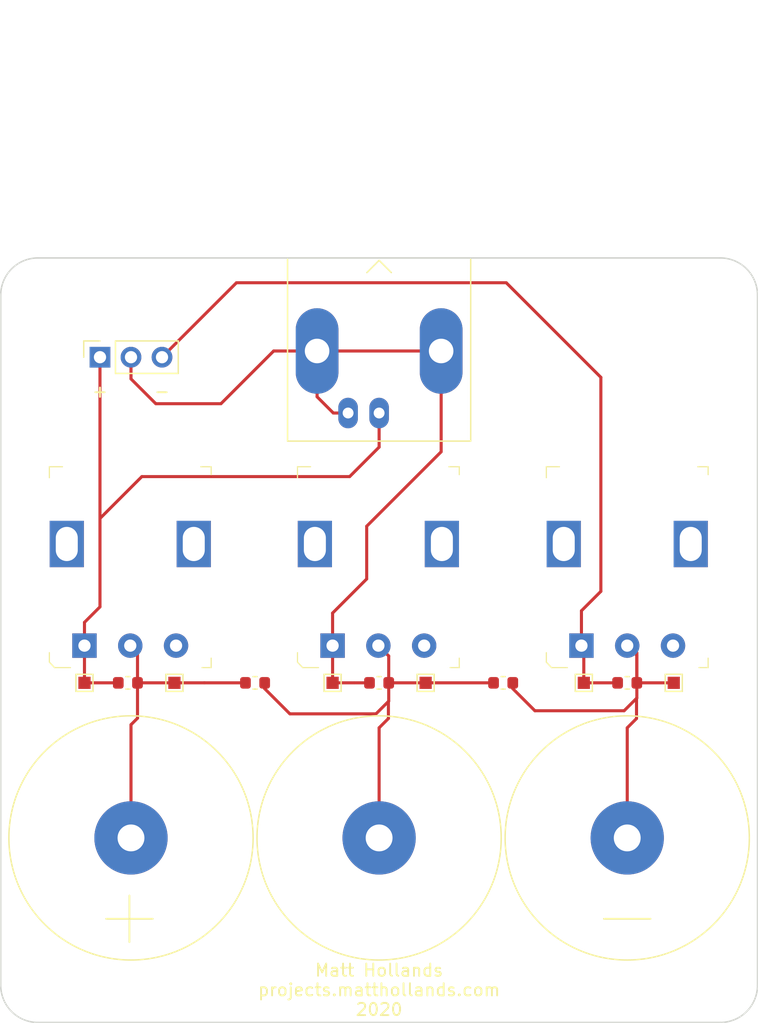
<source format=kicad_pcb>
(kicad_pcb (version 20171130) (host pcbnew "(5.1.5-0-10_14)")

  (general
    (thickness 1.6)
    (drawings 16)
    (tracks 73)
    (zones 0)
    (modules 23)
    (nets 10)
  )

  (page A4)
  (layers
    (0 F.Cu signal)
    (31 B.Cu signal)
    (32 B.Adhes user)
    (33 F.Adhes user)
    (34 B.Paste user)
    (35 F.Paste user)
    (36 B.SilkS user)
    (37 F.SilkS user)
    (38 B.Mask user)
    (39 F.Mask user)
    (40 Dwgs.User user)
    (41 Cmts.User user)
    (42 Eco1.User user)
    (43 Eco2.User user)
    (44 Edge.Cuts user)
    (45 Margin user)
    (46 B.CrtYd user)
    (47 F.CrtYd user)
    (48 B.Fab user hide)
    (49 F.Fab user hide)
  )

  (setup
    (last_trace_width 0.25)
    (trace_clearance 0.2)
    (zone_clearance 0.508)
    (zone_45_only no)
    (trace_min 0.2)
    (via_size 0.8)
    (via_drill 0.4)
    (via_min_size 0.4)
    (via_min_drill 0.3)
    (uvia_size 0.3)
    (uvia_drill 0.1)
    (uvias_allowed no)
    (uvia_min_size 0.2)
    (uvia_min_drill 0.1)
    (edge_width 0.05)
    (segment_width 0.2)
    (pcb_text_width 0.3)
    (pcb_text_size 1.5 1.5)
    (mod_edge_width 0.12)
    (mod_text_size 1 1)
    (mod_text_width 0.15)
    (pad_size 6 6)
    (pad_drill 2.2)
    (pad_to_mask_clearance 0.051)
    (solder_mask_min_width 0.25)
    (aux_axis_origin 0 0)
    (visible_elements FFFFFF7F)
    (pcbplotparams
      (layerselection 0x010fc_ffffffff)
      (usegerberextensions false)
      (usegerberattributes false)
      (usegerberadvancedattributes false)
      (creategerberjobfile false)
      (excludeedgelayer true)
      (linewidth 0.100000)
      (plotframeref false)
      (viasonmask false)
      (mode 1)
      (useauxorigin false)
      (hpglpennumber 1)
      (hpglpenspeed 20)
      (hpglpendiameter 15.000000)
      (psnegative false)
      (psa4output false)
      (plotreference true)
      (plotvalue true)
      (plotinvisibletext false)
      (padsonsilk false)
      (subtractmaskfromsilk false)
      (outputformat 1)
      (mirror false)
      (drillshape 0)
      (scaleselection 1)
      (outputdirectory "Gerbers/"))
  )

  (net 0 "")
  (net 1 /SIGNAL_P)
  (net 2 /SIGNAL_N)
  (net 3 /SIGNAL_P_R)
  (net 4 /SIGNAL_N_R)
  (net 5 /GND_R)
  (net 6 "Net-(RV1-Pad3)")
  (net 7 "Net-(RV2-Pad3)")
  (net 8 "Net-(RV3-Pad3)")
  (net 9 /GND)

  (net_class Default "This is the default net class."
    (clearance 0.2)
    (trace_width 0.25)
    (via_dia 0.8)
    (via_drill 0.4)
    (uvia_dia 0.3)
    (uvia_drill 0.1)
    (add_net /GND)
    (add_net /GND_R)
    (add_net /SIGNAL_N)
    (add_net /SIGNAL_N_R)
    (add_net /SIGNAL_P)
    (add_net /SIGNAL_P_R)
    (add_net "Net-(RV1-Pad3)")
    (add_net "Net-(RV2-Pad3)")
    (add_net "Net-(RV3-Pad3)")
  )

  (module MountingHole:MountingHole_3.2mm_M3 (layer F.Cu) (tedit 56D1B4CB) (tstamp 5E6C5D27)
    (at 69.85 57.912)
    (descr "Mounting Hole 3.2mm, no annular, M3")
    (tags "mounting hole 3.2mm no annular m3")
    (path /5E92943D)
    (attr virtual)
    (fp_text reference H1 (at 0 -4.2) (layer F.SilkS) hide
      (effects (font (size 1 1) (thickness 0.15)))
    )
    (fp_text value MountingHole (at 0 4.2) (layer F.Fab)
      (effects (font (size 1 1) (thickness 0.15)))
    )
    (fp_text user %R (at 0.3 0) (layer F.Fab)
      (effects (font (size 1 1) (thickness 0.15)))
    )
    (fp_circle (center 0 0) (end 3.2 0) (layer Cmts.User) (width 0.15))
    (fp_circle (center 0 0) (end 3.45 0) (layer F.CrtYd) (width 0.05))
    (pad 1 np_thru_hole circle (at 0 0) (size 3.2 3.2) (drill 3.2) (layers *.Cu *.Mask))
  )

  (module MountingHole:MountingHole_3.2mm_M3 (layer F.Cu) (tedit 56D1B4CB) (tstamp 5E6D4CA2)
    (at 69.85 113.411)
    (descr "Mounting Hole 3.2mm, no annular, M3")
    (tags "mounting hole 3.2mm no annular m3")
    (path /5E929A05)
    (attr virtual)
    (fp_text reference H2 (at 0 -4.2) (layer F.SilkS) hide
      (effects (font (size 1 1) (thickness 0.15)))
    )
    (fp_text value MountingHole (at 0 4.2) (layer F.Fab)
      (effects (font (size 1 1) (thickness 0.15)))
    )
    (fp_circle (center 0 0) (end 3.45 0) (layer F.CrtYd) (width 0.05))
    (fp_circle (center 0 0) (end 3.2 0) (layer Cmts.User) (width 0.15))
    (fp_text user %R (at 0.3 0) (layer F.Fab)
      (effects (font (size 1 1) (thickness 0.15)))
    )
    (pad 1 np_thru_hole circle (at 0 0) (size 3.2 3.2) (drill 3.2) (layers *.Cu *.Mask))
  )

  (module MountingHole:MountingHole_3.2mm_M3 (layer F.Cu) (tedit 56D1B4CB) (tstamp 5E6D4C8D)
    (at 124.714 113.411)
    (descr "Mounting Hole 3.2mm, no annular, M3")
    (tags "mounting hole 3.2mm no annular m3")
    (path /5E929D2A)
    (attr virtual)
    (fp_text reference H3 (at 0 -4.2) (layer F.SilkS) hide
      (effects (font (size 1 1) (thickness 0.15)))
    )
    (fp_text value MountingHole (at 0 4.2) (layer F.Fab)
      (effects (font (size 1 1) (thickness 0.15)))
    )
    (fp_text user %R (at 0.3 0) (layer F.Fab)
      (effects (font (size 1 1) (thickness 0.15)))
    )
    (fp_circle (center 0 0) (end 3.2 0) (layer Cmts.User) (width 0.15))
    (fp_circle (center 0 0) (end 3.45 0) (layer F.CrtYd) (width 0.05))
    (pad 1 np_thru_hole circle (at 0 0) (size 3.2 3.2) (drill 3.2) (layers *.Cu *.Mask))
  )

  (module MountingHole:MountingHole_3.2mm_M3 (layer F.Cu) (tedit 56D1B4CB) (tstamp 5E6C5D3F)
    (at 124.714 57.912)
    (descr "Mounting Hole 3.2mm, no annular, M3")
    (tags "mounting hole 3.2mm no annular m3")
    (path /5E929F94)
    (attr virtual)
    (fp_text reference H4 (at 0 -4.2) (layer F.SilkS) hide
      (effects (font (size 1 1) (thickness 0.15)))
    )
    (fp_text value MountingHole (at 0 4.2) (layer F.Fab)
      (effects (font (size 1 1) (thickness 0.15)))
    )
    (fp_circle (center 0 0) (end 3.45 0) (layer F.CrtYd) (width 0.05))
    (fp_circle (center 0 0) (end 3.2 0) (layer Cmts.User) (width 0.15))
    (fp_text user %R (at 0.3 0) (layer F.Fab)
      (effects (font (size 1 1) (thickness 0.15)))
    )
    (pad 1 np_thru_hole circle (at 0 0) (size 3.2 3.2) (drill 3.2) (layers *.Cu *.Mask))
  )

  (module Connector_PinSocket_2.54mm:PinSocket_1x03_P2.54mm_Vertical (layer F.Cu) (tedit 5A19A429) (tstamp 5E6C5D69)
    (at 74.422 62.484 90)
    (descr "Through hole straight socket strip, 1x03, 2.54mm pitch, single row (from Kicad 4.0.7), script generated")
    (tags "Through hole socket strip THT 1x03 2.54mm single row")
    (path /5E93D542)
    (fp_text reference J2 (at 0 -2.77 90) (layer F.SilkS) hide
      (effects (font (size 1 1) (thickness 0.15)))
    )
    (fp_text value Conn_01x03 (at 0 7.85 90) (layer F.Fab)
      (effects (font (size 1 1) (thickness 0.15)))
    )
    (fp_line (start -1.27 -1.27) (end 0.635 -1.27) (layer F.Fab) (width 0.1))
    (fp_line (start 0.635 -1.27) (end 1.27 -0.635) (layer F.Fab) (width 0.1))
    (fp_line (start 1.27 -0.635) (end 1.27 6.35) (layer F.Fab) (width 0.1))
    (fp_line (start 1.27 6.35) (end -1.27 6.35) (layer F.Fab) (width 0.1))
    (fp_line (start -1.27 6.35) (end -1.27 -1.27) (layer F.Fab) (width 0.1))
    (fp_line (start -1.33 1.27) (end 1.33 1.27) (layer F.SilkS) (width 0.12))
    (fp_line (start -1.33 1.27) (end -1.33 6.41) (layer F.SilkS) (width 0.12))
    (fp_line (start -1.33 6.41) (end 1.33 6.41) (layer F.SilkS) (width 0.12))
    (fp_line (start 1.33 1.27) (end 1.33 6.41) (layer F.SilkS) (width 0.12))
    (fp_line (start 1.33 -1.33) (end 1.33 0) (layer F.SilkS) (width 0.12))
    (fp_line (start 0 -1.33) (end 1.33 -1.33) (layer F.SilkS) (width 0.12))
    (fp_line (start -1.8 -1.8) (end 1.75 -1.8) (layer F.CrtYd) (width 0.05))
    (fp_line (start 1.75 -1.8) (end 1.75 6.85) (layer F.CrtYd) (width 0.05))
    (fp_line (start 1.75 6.85) (end -1.8 6.85) (layer F.CrtYd) (width 0.05))
    (fp_line (start -1.8 6.85) (end -1.8 -1.8) (layer F.CrtYd) (width 0.05))
    (fp_text user %R (at 0 2.54) (layer F.Fab)
      (effects (font (size 1 1) (thickness 0.15)))
    )
    (pad 1 thru_hole rect (at 0 0 90) (size 1.7 1.7) (drill 1) (layers *.Cu *.Mask)
      (net 1 /SIGNAL_P))
    (pad 2 thru_hole oval (at 0 2.54 90) (size 1.7 1.7) (drill 1) (layers *.Cu *.Mask)
      (net 9 /GND))
    (pad 3 thru_hole oval (at 0 5.08 90) (size 1.7 1.7) (drill 1) (layers *.Cu *.Mask)
      (net 2 /SIGNAL_N))
    (model ${KISYS3DMOD}/Connector_PinSocket_2.54mm.3dshapes/PinSocket_1x03_P2.54mm_Vertical.wrl
      (at (xyz 0 0 0))
      (scale (xyz 1 1 1))
      (rotate (xyz 0 0 0))
    )
  )

  (module MountingHole:MountingHole_2.2mm_M2_Pad (layer F.Cu) (tedit 5E6C749C) (tstamp 5E6C6EDF)
    (at 76.962 101.854)
    (descr "Mounting Hole 2.2mm, M2")
    (tags "mounting hole 2.2mm m2")
    (path /5E9303DA)
    (attr virtual)
    (fp_text reference J3 (at 0 -3.2) (layer F.SilkS) hide
      (effects (font (size 1 1) (thickness 0.15)))
    )
    (fp_text value Screw_Terminal_01x01 (at 0 3.2) (layer F.Fab)
      (effects (font (size 1 1) (thickness 0.15)))
    )
    (fp_text user %R (at 0.3 0) (layer F.Fab)
      (effects (font (size 1 1) (thickness 0.15)))
    )
    (fp_circle (center 0 0) (end 2.2 0) (layer Cmts.User) (width 0.15))
    (fp_circle (center 0 0) (end 2.45 0) (layer F.CrtYd) (width 0.05))
    (pad 1 thru_hole circle (at 0 0) (size 6 6) (drill 2.2) (layers *.Cu *.Mask)
      (net 3 /SIGNAL_P_R))
  )

  (module MountingHole:MountingHole_2.2mm_M2_Pad (layer F.Cu) (tedit 5E6C74A3) (tstamp 5E6C5D79)
    (at 97.282 101.854)
    (descr "Mounting Hole 2.2mm, M2")
    (tags "mounting hole 2.2mm m2")
    (path /5E930964)
    (attr virtual)
    (fp_text reference J4 (at 0 -3.2) (layer F.SilkS) hide
      (effects (font (size 1 1) (thickness 0.15)))
    )
    (fp_text value Screw_Terminal_01x01 (at 0 3.2) (layer F.Fab)
      (effects (font (size 1 1) (thickness 0.15)))
    )
    (fp_circle (center 0 0) (end 2.45 0) (layer F.CrtYd) (width 0.05))
    (fp_circle (center 0 0) (end 2.2 0) (layer Cmts.User) (width 0.15))
    (fp_text user %R (at 0.3 0) (layer F.Fab)
      (effects (font (size 1 1) (thickness 0.15)))
    )
    (pad 1 thru_hole circle (at 0 0) (size 6 6) (drill 2.2) (layers *.Cu *.Mask)
      (net 5 /GND_R))
  )

  (module MountingHole:MountingHole_2.2mm_M2_Pad (layer F.Cu) (tedit 5E6C74A8) (tstamp 5E6C5D81)
    (at 117.602 101.854)
    (descr "Mounting Hole 2.2mm, M2")
    (tags "mounting hole 2.2mm m2")
    (path /5E930E01)
    (attr virtual)
    (fp_text reference J5 (at 0 -3.2) (layer F.SilkS) hide
      (effects (font (size 1 1) (thickness 0.15)))
    )
    (fp_text value Screw_Terminal_01x01 (at 0 3.2) (layer F.Fab)
      (effects (font (size 1 1) (thickness 0.15)))
    )
    (fp_text user %R (at 0.3 0) (layer F.Fab)
      (effects (font (size 1 1) (thickness 0.15)))
    )
    (fp_circle (center 0 0) (end 2.2 0) (layer Cmts.User) (width 0.15))
    (fp_circle (center 0 0) (end 2.45 0) (layer F.CrtYd) (width 0.05))
    (pad 1 thru_hole circle (at 0 0) (size 6 6) (drill 2.2) (layers *.Cu *.Mask)
      (net 4 /SIGNAL_N_R))
  )

  (module Resistor_SMD:R_0603_1608Metric (layer F.Cu) (tedit 5B301BBD) (tstamp 5E6C5D92)
    (at 76.708 89.154 180)
    (descr "Resistor SMD 0603 (1608 Metric), square (rectangular) end terminal, IPC_7351 nominal, (Body size source: http://www.tortai-tech.com/upload/download/2011102023233369053.pdf), generated with kicad-footprint-generator")
    (tags resistor)
    (path /5E939BC1)
    (attr smd)
    (fp_text reference R1 (at 0 -1.43) (layer F.SilkS) hide
      (effects (font (size 1 1) (thickness 0.15)))
    )
    (fp_text value R (at 0 1.43) (layer F.Fab)
      (effects (font (size 1 1) (thickness 0.15)))
    )
    (fp_line (start -0.8 0.4) (end -0.8 -0.4) (layer F.Fab) (width 0.1))
    (fp_line (start -0.8 -0.4) (end 0.8 -0.4) (layer F.Fab) (width 0.1))
    (fp_line (start 0.8 -0.4) (end 0.8 0.4) (layer F.Fab) (width 0.1))
    (fp_line (start 0.8 0.4) (end -0.8 0.4) (layer F.Fab) (width 0.1))
    (fp_line (start -0.162779 -0.51) (end 0.162779 -0.51) (layer F.SilkS) (width 0.12))
    (fp_line (start -0.162779 0.51) (end 0.162779 0.51) (layer F.SilkS) (width 0.12))
    (fp_line (start -1.48 0.73) (end -1.48 -0.73) (layer F.CrtYd) (width 0.05))
    (fp_line (start -1.48 -0.73) (end 1.48 -0.73) (layer F.CrtYd) (width 0.05))
    (fp_line (start 1.48 -0.73) (end 1.48 0.73) (layer F.CrtYd) (width 0.05))
    (fp_line (start 1.48 0.73) (end -1.48 0.73) (layer F.CrtYd) (width 0.05))
    (fp_text user %R (at 0 0) (layer F.Fab)
      (effects (font (size 0.4 0.4) (thickness 0.06)))
    )
    (pad 1 smd roundrect (at -0.7875 0 180) (size 0.875 0.95) (layers F.Cu F.Paste F.Mask) (roundrect_rratio 0.25)
      (net 3 /SIGNAL_P_R))
    (pad 2 smd roundrect (at 0.7875 0 180) (size 0.875 0.95) (layers F.Cu F.Paste F.Mask) (roundrect_rratio 0.25)
      (net 1 /SIGNAL_P))
    (model ${KISYS3DMOD}/Resistor_SMD.3dshapes/R_0603_1608Metric.wrl
      (at (xyz 0 0 0))
      (scale (xyz 1 1 1))
      (rotate (xyz 0 0 0))
    )
  )

  (module Resistor_SMD:R_0603_1608Metric (layer F.Cu) (tedit 5B301BBD) (tstamp 5E6D3D59)
    (at 117.602 89.154 180)
    (descr "Resistor SMD 0603 (1608 Metric), square (rectangular) end terminal, IPC_7351 nominal, (Body size source: http://www.tortai-tech.com/upload/download/2011102023233369053.pdf), generated with kicad-footprint-generator")
    (tags resistor)
    (path /5E9442FC)
    (attr smd)
    (fp_text reference R2 (at 0 -1.43) (layer F.SilkS) hide
      (effects (font (size 1 1) (thickness 0.15)))
    )
    (fp_text value R (at 0 1.43) (layer F.Fab)
      (effects (font (size 1 1) (thickness 0.15)))
    )
    (fp_text user %R (at 0 0) (layer F.Fab)
      (effects (font (size 0.4 0.4) (thickness 0.06)))
    )
    (fp_line (start 1.48 0.73) (end -1.48 0.73) (layer F.CrtYd) (width 0.05))
    (fp_line (start 1.48 -0.73) (end 1.48 0.73) (layer F.CrtYd) (width 0.05))
    (fp_line (start -1.48 -0.73) (end 1.48 -0.73) (layer F.CrtYd) (width 0.05))
    (fp_line (start -1.48 0.73) (end -1.48 -0.73) (layer F.CrtYd) (width 0.05))
    (fp_line (start -0.162779 0.51) (end 0.162779 0.51) (layer F.SilkS) (width 0.12))
    (fp_line (start -0.162779 -0.51) (end 0.162779 -0.51) (layer F.SilkS) (width 0.12))
    (fp_line (start 0.8 0.4) (end -0.8 0.4) (layer F.Fab) (width 0.1))
    (fp_line (start 0.8 -0.4) (end 0.8 0.4) (layer F.Fab) (width 0.1))
    (fp_line (start -0.8 -0.4) (end 0.8 -0.4) (layer F.Fab) (width 0.1))
    (fp_line (start -0.8 0.4) (end -0.8 -0.4) (layer F.Fab) (width 0.1))
    (pad 2 smd roundrect (at 0.7875 0 180) (size 0.875 0.95) (layers F.Cu F.Paste F.Mask) (roundrect_rratio 0.25)
      (net 2 /SIGNAL_N))
    (pad 1 smd roundrect (at -0.7875 0 180) (size 0.875 0.95) (layers F.Cu F.Paste F.Mask) (roundrect_rratio 0.25)
      (net 4 /SIGNAL_N_R))
    (model ${KISYS3DMOD}/Resistor_SMD.3dshapes/R_0603_1608Metric.wrl
      (at (xyz 0 0 0))
      (scale (xyz 1 1 1))
      (rotate (xyz 0 0 0))
    )
  )

  (module Resistor_SMD:R_0603_1608Metric (layer F.Cu) (tedit 5B301BBD) (tstamp 5E6D3E65)
    (at 87.122 89.154 180)
    (descr "Resistor SMD 0603 (1608 Metric), square (rectangular) end terminal, IPC_7351 nominal, (Body size source: http://www.tortai-tech.com/upload/download/2011102023233369053.pdf), generated with kicad-footprint-generator")
    (tags resistor)
    (path /5E94F35F)
    (attr smd)
    (fp_text reference R4 (at 0 -1.43) (layer F.SilkS) hide
      (effects (font (size 1 1) (thickness 0.15)))
    )
    (fp_text value R (at 0 1.43) (layer F.Fab)
      (effects (font (size 1 1) (thickness 0.15)))
    )
    (fp_line (start -0.8 0.4) (end -0.8 -0.4) (layer F.Fab) (width 0.1))
    (fp_line (start -0.8 -0.4) (end 0.8 -0.4) (layer F.Fab) (width 0.1))
    (fp_line (start 0.8 -0.4) (end 0.8 0.4) (layer F.Fab) (width 0.1))
    (fp_line (start 0.8 0.4) (end -0.8 0.4) (layer F.Fab) (width 0.1))
    (fp_line (start -0.162779 -0.51) (end 0.162779 -0.51) (layer F.SilkS) (width 0.12))
    (fp_line (start -0.162779 0.51) (end 0.162779 0.51) (layer F.SilkS) (width 0.12))
    (fp_line (start -1.48 0.73) (end -1.48 -0.73) (layer F.CrtYd) (width 0.05))
    (fp_line (start -1.48 -0.73) (end 1.48 -0.73) (layer F.CrtYd) (width 0.05))
    (fp_line (start 1.48 -0.73) (end 1.48 0.73) (layer F.CrtYd) (width 0.05))
    (fp_line (start 1.48 0.73) (end -1.48 0.73) (layer F.CrtYd) (width 0.05))
    (fp_text user %R (at 0 0) (layer F.Fab)
      (effects (font (size 0.4 0.4) (thickness 0.06)))
    )
    (pad 1 smd roundrect (at -0.7875 0 180) (size 0.875 0.95) (layers F.Cu F.Paste F.Mask) (roundrect_rratio 0.25)
      (net 5 /GND_R))
    (pad 2 smd roundrect (at 0.7875 0 180) (size 0.875 0.95) (layers F.Cu F.Paste F.Mask) (roundrect_rratio 0.25)
      (net 3 /SIGNAL_P_R))
    (model ${KISYS3DMOD}/Resistor_SMD.3dshapes/R_0603_1608Metric.wrl
      (at (xyz 0 0 0))
      (scale (xyz 1 1 1))
      (rotate (xyz 0 0 0))
    )
  )

  (module Resistor_SMD:R_0603_1608Metric (layer F.Cu) (tedit 5B301BBD) (tstamp 5E6C5DD6)
    (at 107.442 89.154 180)
    (descr "Resistor SMD 0603 (1608 Metric), square (rectangular) end terminal, IPC_7351 nominal, (Body size source: http://www.tortai-tech.com/upload/download/2011102023233369053.pdf), generated with kicad-footprint-generator")
    (tags resistor)
    (path /5E94CCCD)
    (attr smd)
    (fp_text reference R5 (at 0 -1.43) (layer F.SilkS) hide
      (effects (font (size 1 1) (thickness 0.15)))
    )
    (fp_text value R (at 0 1.43) (layer F.Fab)
      (effects (font (size 1 1) (thickness 0.15)))
    )
    (fp_text user %R (at 0 0) (layer F.Fab)
      (effects (font (size 0.4 0.4) (thickness 0.06)))
    )
    (fp_line (start 1.48 0.73) (end -1.48 0.73) (layer F.CrtYd) (width 0.05))
    (fp_line (start 1.48 -0.73) (end 1.48 0.73) (layer F.CrtYd) (width 0.05))
    (fp_line (start -1.48 -0.73) (end 1.48 -0.73) (layer F.CrtYd) (width 0.05))
    (fp_line (start -1.48 0.73) (end -1.48 -0.73) (layer F.CrtYd) (width 0.05))
    (fp_line (start -0.162779 0.51) (end 0.162779 0.51) (layer F.SilkS) (width 0.12))
    (fp_line (start -0.162779 -0.51) (end 0.162779 -0.51) (layer F.SilkS) (width 0.12))
    (fp_line (start 0.8 0.4) (end -0.8 0.4) (layer F.Fab) (width 0.1))
    (fp_line (start 0.8 -0.4) (end 0.8 0.4) (layer F.Fab) (width 0.1))
    (fp_line (start -0.8 -0.4) (end 0.8 -0.4) (layer F.Fab) (width 0.1))
    (fp_line (start -0.8 0.4) (end -0.8 -0.4) (layer F.Fab) (width 0.1))
    (pad 2 smd roundrect (at 0.7875 0 180) (size 0.875 0.95) (layers F.Cu F.Paste F.Mask) (roundrect_rratio 0.25)
      (net 5 /GND_R))
    (pad 1 smd roundrect (at -0.7875 0 180) (size 0.875 0.95) (layers F.Cu F.Paste F.Mask) (roundrect_rratio 0.25)
      (net 4 /SIGNAL_N_R))
    (model ${KISYS3DMOD}/Resistor_SMD.3dshapes/R_0603_1608Metric.wrl
      (at (xyz 0 0 0))
      (scale (xyz 1 1 1))
      (rotate (xyz 0 0 0))
    )
  )

  (module TestPoint:TestPoint_Pad_1.0x1.0mm (layer F.Cu) (tedit 5A0F774F) (tstamp 5E6C5E56)
    (at 93.472 89.154)
    (descr "SMD rectangular pad as test Point, square 1.0mm side length")
    (tags "test point SMD pad rectangle square")
    (path /5E93AB81)
    (attr virtual)
    (fp_text reference TP1 (at 0 -1.448) (layer F.SilkS) hide
      (effects (font (size 1 1) (thickness 0.15)))
    )
    (fp_text value TestPoint (at 0 1.55) (layer F.Fab)
      (effects (font (size 1 1) (thickness 0.15)))
    )
    (fp_text user %R (at 0 -1.45) (layer F.Fab)
      (effects (font (size 1 1) (thickness 0.15)))
    )
    (fp_line (start -0.7 -0.7) (end 0.7 -0.7) (layer F.SilkS) (width 0.12))
    (fp_line (start 0.7 -0.7) (end 0.7 0.7) (layer F.SilkS) (width 0.12))
    (fp_line (start 0.7 0.7) (end -0.7 0.7) (layer F.SilkS) (width 0.12))
    (fp_line (start -0.7 0.7) (end -0.7 -0.7) (layer F.SilkS) (width 0.12))
    (fp_line (start -1 -1) (end 1 -1) (layer F.CrtYd) (width 0.05))
    (fp_line (start -1 -1) (end -1 1) (layer F.CrtYd) (width 0.05))
    (fp_line (start 1 1) (end 1 -1) (layer F.CrtYd) (width 0.05))
    (fp_line (start 1 1) (end -1 1) (layer F.CrtYd) (width 0.05))
    (pad 1 smd rect (at 0 0) (size 1 1) (layers F.Cu F.Mask)
      (net 9 /GND))
  )

  (module TestPoint:TestPoint_Pad_1.0x1.0mm (layer F.Cu) (tedit 5A0F774F) (tstamp 5E6C5E64)
    (at 101.092 89.154)
    (descr "SMD rectangular pad as test Point, square 1.0mm side length")
    (tags "test point SMD pad rectangle square")
    (path /5E93B630)
    (attr virtual)
    (fp_text reference TP2 (at 0 -1.448) (layer F.SilkS) hide
      (effects (font (size 1 1) (thickness 0.15)))
    )
    (fp_text value TestPoint (at 0 1.55) (layer F.Fab)
      (effects (font (size 1 1) (thickness 0.15)))
    )
    (fp_line (start 1 1) (end -1 1) (layer F.CrtYd) (width 0.05))
    (fp_line (start 1 1) (end 1 -1) (layer F.CrtYd) (width 0.05))
    (fp_line (start -1 -1) (end -1 1) (layer F.CrtYd) (width 0.05))
    (fp_line (start -1 -1) (end 1 -1) (layer F.CrtYd) (width 0.05))
    (fp_line (start -0.7 0.7) (end -0.7 -0.7) (layer F.SilkS) (width 0.12))
    (fp_line (start 0.7 0.7) (end -0.7 0.7) (layer F.SilkS) (width 0.12))
    (fp_line (start 0.7 -0.7) (end 0.7 0.7) (layer F.SilkS) (width 0.12))
    (fp_line (start -0.7 -0.7) (end 0.7 -0.7) (layer F.SilkS) (width 0.12))
    (fp_text user %R (at 0 -1.45) (layer F.Fab)
      (effects (font (size 1 1) (thickness 0.15)))
    )
    (pad 1 smd rect (at 0 0) (size 1 1) (layers F.Cu F.Mask)
      (net 5 /GND_R))
  )

  (module TestPoint:TestPoint_Pad_1.0x1.0mm (layer F.Cu) (tedit 5A0F774F) (tstamp 5E6C6A4E)
    (at 73.152 89.154)
    (descr "SMD rectangular pad as test Point, square 1.0mm side length")
    (tags "test point SMD pad rectangle square")
    (path /5E958F61)
    (attr virtual)
    (fp_text reference TP3 (at 0 -1.448) (layer F.SilkS) hide
      (effects (font (size 1 1) (thickness 0.15)))
    )
    (fp_text value TestPoint (at 0 1.55) (layer F.Fab)
      (effects (font (size 1 1) (thickness 0.15)))
    )
    (fp_line (start 1 1) (end -1 1) (layer F.CrtYd) (width 0.05))
    (fp_line (start 1 1) (end 1 -1) (layer F.CrtYd) (width 0.05))
    (fp_line (start -1 -1) (end -1 1) (layer F.CrtYd) (width 0.05))
    (fp_line (start -1 -1) (end 1 -1) (layer F.CrtYd) (width 0.05))
    (fp_line (start -0.7 0.7) (end -0.7 -0.7) (layer F.SilkS) (width 0.12))
    (fp_line (start 0.7 0.7) (end -0.7 0.7) (layer F.SilkS) (width 0.12))
    (fp_line (start 0.7 -0.7) (end 0.7 0.7) (layer F.SilkS) (width 0.12))
    (fp_line (start -0.7 -0.7) (end 0.7 -0.7) (layer F.SilkS) (width 0.12))
    (fp_text user %R (at 0 -1.45) (layer F.Fab)
      (effects (font (size 1 1) (thickness 0.15)))
    )
    (pad 1 smd rect (at 0 0) (size 1 1) (layers F.Cu F.Mask)
      (net 1 /SIGNAL_P))
  )

  (module TestPoint:TestPoint_Pad_1.0x1.0mm (layer F.Cu) (tedit 5A0F774F) (tstamp 5E6D3D86)
    (at 114.046 89.154)
    (descr "SMD rectangular pad as test Point, square 1.0mm side length")
    (tags "test point SMD pad rectangle square")
    (path /5E9581BB)
    (attr virtual)
    (fp_text reference TP4 (at 0 -1.448) (layer F.SilkS) hide
      (effects (font (size 1 1) (thickness 0.15)))
    )
    (fp_text value TestPoint (at 0 1.55) (layer F.Fab)
      (effects (font (size 1 1) (thickness 0.15)))
    )
    (fp_text user %R (at 0 -1.45) (layer F.Fab)
      (effects (font (size 1 1) (thickness 0.15)))
    )
    (fp_line (start -0.7 -0.7) (end 0.7 -0.7) (layer F.SilkS) (width 0.12))
    (fp_line (start 0.7 -0.7) (end 0.7 0.7) (layer F.SilkS) (width 0.12))
    (fp_line (start 0.7 0.7) (end -0.7 0.7) (layer F.SilkS) (width 0.12))
    (fp_line (start -0.7 0.7) (end -0.7 -0.7) (layer F.SilkS) (width 0.12))
    (fp_line (start -1 -1) (end 1 -1) (layer F.CrtYd) (width 0.05))
    (fp_line (start -1 -1) (end -1 1) (layer F.CrtYd) (width 0.05))
    (fp_line (start 1 1) (end 1 -1) (layer F.CrtYd) (width 0.05))
    (fp_line (start 1 1) (end -1 1) (layer F.CrtYd) (width 0.05))
    (pad 1 smd rect (at 0 0) (size 1 1) (layers F.Cu F.Mask)
      (net 2 /SIGNAL_N))
  )

  (module TestPoint:TestPoint_Pad_1.0x1.0mm (layer F.Cu) (tedit 5A0F774F) (tstamp 5E6C5E8E)
    (at 80.518 89.154)
    (descr "SMD rectangular pad as test Point, square 1.0mm side length")
    (tags "test point SMD pad rectangle square")
    (path /5E95A82F)
    (attr virtual)
    (fp_text reference TP5 (at 0 -1.448) (layer F.SilkS) hide
      (effects (font (size 1 1) (thickness 0.15)))
    )
    (fp_text value TestPoint (at 0 1.55) (layer F.Fab)
      (effects (font (size 1 1) (thickness 0.15)))
    )
    (fp_line (start 1 1) (end -1 1) (layer F.CrtYd) (width 0.05))
    (fp_line (start 1 1) (end 1 -1) (layer F.CrtYd) (width 0.05))
    (fp_line (start -1 -1) (end -1 1) (layer F.CrtYd) (width 0.05))
    (fp_line (start -1 -1) (end 1 -1) (layer F.CrtYd) (width 0.05))
    (fp_line (start -0.7 0.7) (end -0.7 -0.7) (layer F.SilkS) (width 0.12))
    (fp_line (start 0.7 0.7) (end -0.7 0.7) (layer F.SilkS) (width 0.12))
    (fp_line (start 0.7 -0.7) (end 0.7 0.7) (layer F.SilkS) (width 0.12))
    (fp_line (start -0.7 -0.7) (end 0.7 -0.7) (layer F.SilkS) (width 0.12))
    (fp_text user %R (at 0 -1.45) (layer F.Fab)
      (effects (font (size 1 1) (thickness 0.15)))
    )
    (pad 1 smd rect (at 0 0) (size 1 1) (layers F.Cu F.Mask)
      (net 3 /SIGNAL_P_R))
  )

  (module TestPoint:TestPoint_Pad_1.0x1.0mm (layer F.Cu) (tedit 5A0F774F) (tstamp 5E6D3DAD)
    (at 121.412 89.154)
    (descr "SMD rectangular pad as test Point, square 1.0mm side length")
    (tags "test point SMD pad rectangle square")
    (path /5E959ADC)
    (attr virtual)
    (fp_text reference TP6 (at 0 -1.448) (layer F.SilkS) hide
      (effects (font (size 1 1) (thickness 0.15)))
    )
    (fp_text value TestPoint (at 0 1.55) (layer F.Fab)
      (effects (font (size 1 1) (thickness 0.15)))
    )
    (fp_text user %R (at 0 -1.45) (layer F.Fab)
      (effects (font (size 1 1) (thickness 0.15)))
    )
    (fp_line (start -0.7 -0.7) (end 0.7 -0.7) (layer F.SilkS) (width 0.12))
    (fp_line (start 0.7 -0.7) (end 0.7 0.7) (layer F.SilkS) (width 0.12))
    (fp_line (start 0.7 0.7) (end -0.7 0.7) (layer F.SilkS) (width 0.12))
    (fp_line (start -0.7 0.7) (end -0.7 -0.7) (layer F.SilkS) (width 0.12))
    (fp_line (start -1 -1) (end 1 -1) (layer F.CrtYd) (width 0.05))
    (fp_line (start -1 -1) (end -1 1) (layer F.CrtYd) (width 0.05))
    (fp_line (start 1 1) (end 1 -1) (layer F.CrtYd) (width 0.05))
    (fp_line (start 1 1) (end -1 1) (layer F.CrtYd) (width 0.05))
    (pad 1 smd rect (at 0 0) (size 1 1) (layers F.Cu F.Mask)
      (net 4 /SIGNAL_N_R))
  )

  (module digikey-footprints:Potentiometer_P120PK-Y25BR10K (layer F.Cu) (tedit 59FCB251) (tstamp 5E6D33E4)
    (at 73.152 86.106)
    (path /5E92AD60)
    (fp_text reference RV1 (at 3.7 -15.5) (layer F.SilkS) hide
      (effects (font (size 1 1) (thickness 0.15)))
    )
    (fp_text value R_POT (at 3.625 2.8) (layer F.Fab)
      (effects (font (size 1 1) (thickness 0.15)))
    )
    (fp_line (start -3.1 1.975) (end -3.1 -14.825) (layer F.CrtYd) (width 0.05))
    (fp_line (start 10.6 1.975) (end -3.1 1.975) (layer F.CrtYd) (width 0.05))
    (fp_line (start 10.6 -14.825) (end 10.6 1.975) (layer F.CrtYd) (width 0.05))
    (fp_line (start -3.1 -14.825) (end 10.6 -14.825) (layer F.CrtYd) (width 0.05))
    (fp_text user %R (at 4.05 -6.65) (layer F.Fab)
      (effects (font (size 1 1) (thickness 0.15)))
    )
    (fp_line (start -2.875 0.575) (end -2.875 1.35) (layer F.SilkS) (width 0.1))
    (fp_line (start -2.875 1.35) (end -2.45 1.8) (layer F.SilkS) (width 0.1))
    (fp_line (start -2.45 1.8) (end -1.15 1.8) (layer F.SilkS) (width 0.1))
    (fp_line (start -1.8 -14.65) (end -2.875 -14.65) (layer F.SilkS) (width 0.1))
    (fp_line (start -2.875 -14.65) (end -2.875 -13.75) (layer F.SilkS) (width 0.1))
    (fp_line (start 10.375 1.025) (end 10.375 1.8) (layer F.SilkS) (width 0.1))
    (fp_line (start 10.375 1.8) (end 9.625 1.8) (layer F.SilkS) (width 0.1))
    (fp_line (start 9.525 -14.65) (end 10.375 -14.65) (layer F.SilkS) (width 0.1))
    (fp_line (start 10.375 -14.65) (end 10.375 -14) (layer F.SilkS) (width 0.1))
    (fp_line (start -2.75 1.275) (end -2.75 -14.525) (layer F.Fab) (width 0.1))
    (fp_line (start -2.375 1.675) (end 10.25 1.675) (layer F.Fab) (width 0.1))
    (fp_line (start -2.75 1.275) (end -2.375 1.675) (layer F.Fab) (width 0.1))
    (fp_line (start 10.25 -14.525) (end 10.25 1.675) (layer F.Fab) (width 0.1))
    (fp_line (start -2.75 -14.525) (end 10.25 -14.525) (layer F.Fab) (width 0.1))
    (pad 1 thru_hole rect (at 0 0) (size 2 2) (drill 1) (layers *.Cu *.Mask)
      (net 1 /SIGNAL_P))
    (pad 2 thru_hole circle (at 3.75 0) (size 2 2) (drill 1) (layers *.Cu *.Mask)
      (net 3 /SIGNAL_P_R))
    (pad 3 thru_hole circle (at 7.5 0) (size 2 2) (drill 1) (layers *.Cu *.Mask)
      (net 6 "Net-(RV1-Pad3)"))
    (pad 4 thru_hole rect (at -1.45 -8.325) (size 2.8 3.8) (drill oval 1.8 2.8) (layers *.Cu *.Mask))
    (pad 4 thru_hole rect (at 8.95 -8.325) (size 2.8 3.8) (drill oval 1.8 2.8) (layers *.Cu *.Mask))
  )

  (module digikey-footprints:Potentiometer_P120PK-Y25BR10K (layer F.Cu) (tedit 59FCB251) (tstamp 5E6D33FF)
    (at 113.852 86.106)
    (path /5E9442EC)
    (fp_text reference RV2 (at 3.7 -15.5) (layer F.SilkS) hide
      (effects (font (size 1 1) (thickness 0.15)))
    )
    (fp_text value R_POT (at 3.625 2.8) (layer F.Fab)
      (effects (font (size 1 1) (thickness 0.15)))
    )
    (fp_line (start -2.75 -14.525) (end 10.25 -14.525) (layer F.Fab) (width 0.1))
    (fp_line (start 10.25 -14.525) (end 10.25 1.675) (layer F.Fab) (width 0.1))
    (fp_line (start -2.75 1.275) (end -2.375 1.675) (layer F.Fab) (width 0.1))
    (fp_line (start -2.375 1.675) (end 10.25 1.675) (layer F.Fab) (width 0.1))
    (fp_line (start -2.75 1.275) (end -2.75 -14.525) (layer F.Fab) (width 0.1))
    (fp_line (start 10.375 -14.65) (end 10.375 -14) (layer F.SilkS) (width 0.1))
    (fp_line (start 9.525 -14.65) (end 10.375 -14.65) (layer F.SilkS) (width 0.1))
    (fp_line (start 10.375 1.8) (end 9.625 1.8) (layer F.SilkS) (width 0.1))
    (fp_line (start 10.375 1.025) (end 10.375 1.8) (layer F.SilkS) (width 0.1))
    (fp_line (start -2.875 -14.65) (end -2.875 -13.75) (layer F.SilkS) (width 0.1))
    (fp_line (start -1.8 -14.65) (end -2.875 -14.65) (layer F.SilkS) (width 0.1))
    (fp_line (start -2.45 1.8) (end -1.15 1.8) (layer F.SilkS) (width 0.1))
    (fp_line (start -2.875 1.35) (end -2.45 1.8) (layer F.SilkS) (width 0.1))
    (fp_line (start -2.875 0.575) (end -2.875 1.35) (layer F.SilkS) (width 0.1))
    (fp_text user %R (at 4.05 -6.65) (layer F.Fab)
      (effects (font (size 1 1) (thickness 0.15)))
    )
    (fp_line (start -3.1 -14.825) (end 10.6 -14.825) (layer F.CrtYd) (width 0.05))
    (fp_line (start 10.6 -14.825) (end 10.6 1.975) (layer F.CrtYd) (width 0.05))
    (fp_line (start 10.6 1.975) (end -3.1 1.975) (layer F.CrtYd) (width 0.05))
    (fp_line (start -3.1 1.975) (end -3.1 -14.825) (layer F.CrtYd) (width 0.05))
    (pad 4 thru_hole rect (at 8.95 -8.325) (size 2.8 3.8) (drill oval 1.8 2.8) (layers *.Cu *.Mask))
    (pad 4 thru_hole rect (at -1.45 -8.325) (size 2.8 3.8) (drill oval 1.8 2.8) (layers *.Cu *.Mask))
    (pad 3 thru_hole circle (at 7.5 0) (size 2 2) (drill 1) (layers *.Cu *.Mask)
      (net 7 "Net-(RV2-Pad3)"))
    (pad 2 thru_hole circle (at 3.75 0) (size 2 2) (drill 1) (layers *.Cu *.Mask)
      (net 4 /SIGNAL_N_R))
    (pad 1 thru_hole rect (at 0 0) (size 2 2) (drill 1) (layers *.Cu *.Mask)
      (net 2 /SIGNAL_N))
  )

  (module digikey-footprints:Potentiometer_P120PK-Y25BR10K (layer F.Cu) (tedit 59FCB251) (tstamp 5E6D341A)
    (at 93.472 86.106)
    (path /5E9478DC)
    (fp_text reference RV3 (at 3.7 -15.5) (layer F.SilkS) hide
      (effects (font (size 1 1) (thickness 0.15)))
    )
    (fp_text value R_POT (at 3.625 2.8) (layer F.Fab)
      (effects (font (size 1 1) (thickness 0.15)))
    )
    (fp_line (start -3.1 1.975) (end -3.1 -14.825) (layer F.CrtYd) (width 0.05))
    (fp_line (start 10.6 1.975) (end -3.1 1.975) (layer F.CrtYd) (width 0.05))
    (fp_line (start 10.6 -14.825) (end 10.6 1.975) (layer F.CrtYd) (width 0.05))
    (fp_line (start -3.1 -14.825) (end 10.6 -14.825) (layer F.CrtYd) (width 0.05))
    (fp_text user %R (at 4.05 -6.65) (layer F.Fab)
      (effects (font (size 1 1) (thickness 0.15)))
    )
    (fp_line (start -2.875 0.575) (end -2.875 1.35) (layer F.SilkS) (width 0.1))
    (fp_line (start -2.875 1.35) (end -2.45 1.8) (layer F.SilkS) (width 0.1))
    (fp_line (start -2.45 1.8) (end -1.15 1.8) (layer F.SilkS) (width 0.1))
    (fp_line (start -1.8 -14.65) (end -2.875 -14.65) (layer F.SilkS) (width 0.1))
    (fp_line (start -2.875 -14.65) (end -2.875 -13.75) (layer F.SilkS) (width 0.1))
    (fp_line (start 10.375 1.025) (end 10.375 1.8) (layer F.SilkS) (width 0.1))
    (fp_line (start 10.375 1.8) (end 9.625 1.8) (layer F.SilkS) (width 0.1))
    (fp_line (start 9.525 -14.65) (end 10.375 -14.65) (layer F.SilkS) (width 0.1))
    (fp_line (start 10.375 -14.65) (end 10.375 -14) (layer F.SilkS) (width 0.1))
    (fp_line (start -2.75 1.275) (end -2.75 -14.525) (layer F.Fab) (width 0.1))
    (fp_line (start -2.375 1.675) (end 10.25 1.675) (layer F.Fab) (width 0.1))
    (fp_line (start -2.75 1.275) (end -2.375 1.675) (layer F.Fab) (width 0.1))
    (fp_line (start 10.25 -14.525) (end 10.25 1.675) (layer F.Fab) (width 0.1))
    (fp_line (start -2.75 -14.525) (end 10.25 -14.525) (layer F.Fab) (width 0.1))
    (pad 1 thru_hole rect (at 0 0) (size 2 2) (drill 1) (layers *.Cu *.Mask)
      (net 9 /GND))
    (pad 2 thru_hole circle (at 3.75 0) (size 2 2) (drill 1) (layers *.Cu *.Mask)
      (net 5 /GND_R))
    (pad 3 thru_hole circle (at 7.5 0) (size 2 2) (drill 1) (layers *.Cu *.Mask)
      (net 8 "Net-(RV3-Pad3)"))
    (pad 4 thru_hole rect (at -1.45 -8.325) (size 2.8 3.8) (drill oval 1.8 2.8) (layers *.Cu *.Mask))
    (pad 4 thru_hole rect (at 8.95 -8.325) (size 2.8 3.8) (drill oval 1.8 2.8) (layers *.Cu *.Mask))
  )

  (module Connector_Coaxial:BNC_Amphenol_B6252HB-NPP3G-50_Horizontal (layer F.Cu) (tedit 5C13907B) (tstamp 5E6D370E)
    (at 97.282 67.056)
    (descr http://www.farnell.com/datasheets/612848.pdf)
    (tags "BNC Amphenol Horizontal")
    (path /5E92A51A)
    (fp_text reference J1 (at 0 4) (layer F.SilkS) hide
      (effects (font (size 1 1) (thickness 0.15)))
    )
    (fp_text value Conn_Coaxial (at 0 6 180) (layer F.Fab)
      (effects (font (size 1 1) (thickness 0.15)))
    )
    (fp_line (start -5 -20) (end 5 -21) (layer F.Fab) (width 0.1))
    (fp_line (start -5 -19) (end 5 -20) (layer F.Fab) (width 0.1))
    (fp_line (start -5 -18) (end 5 -19) (layer F.Fab) (width 0.1))
    (fp_line (start -5 -17) (end 5 -18) (layer F.Fab) (width 0.1))
    (fp_line (start -5 -16) (end 5 -17) (layer F.Fab) (width 0.1))
    (fp_line (start -5 -15) (end 5 -16) (layer F.Fab) (width 0.1))
    (fp_circle (center 0 -28.07) (end 1 -28.07) (layer F.Fab) (width 0.1))
    (fp_line (start 4.8 -21.4) (end 4.8 -33.3) (layer F.Fab) (width 0.1))
    (fp_line (start 4.8 -33.3) (end -4.8 -33.3) (layer F.Fab) (width 0.1))
    (fp_line (start -4.8 -33.3) (end -4.8 -21.4) (layer F.Fab) (width 0.1))
    (fp_line (start 6.35 -12.7) (end 6.35 -21.4) (layer F.Fab) (width 0.1))
    (fp_line (start 6.35 -21.4) (end -6.35 -21.4) (layer F.Fab) (width 0.1))
    (fp_line (start -6.35 -21.4) (end -6.35 -12.7) (layer F.Fab) (width 0.1))
    (fp_line (start -7.35 2.2) (end 7.35 2.2) (layer F.Fab) (width 0.1))
    (fp_line (start 7.35 2.2) (end 7.35 -12.7) (layer F.Fab) (width 0.1))
    (fp_line (start 7.35 -12.7) (end -7.35 -12.7) (layer F.Fab) (width 0.1))
    (fp_line (start -7.35 -12.7) (end -7.35 2.2) (layer F.Fab) (width 0.1))
    (fp_text user %R (at 0 0) (layer F.Fab)
      (effects (font (size 1 1) (thickness 0.15)))
    )
    (fp_line (start -5 -14) (end 5 -15) (layer F.Fab) (width 0.1))
    (fp_line (start -7.5 -12.7) (end 7.5 -12.7) (layer F.SilkS) (width 0.12))
    (fp_line (start 7.5 -12.7) (end 7.5 2.3) (layer F.SilkS) (width 0.12))
    (fp_line (start 7.5 2.3) (end -7.5 2.3) (layer F.SilkS) (width 0.12))
    (fp_line (start -7.5 2.3) (end -7.5 -12.7) (layer F.SilkS) (width 0.12))
    (fp_line (start -7.85 2.7) (end 7.85 2.7) (layer F.CrtYd) (width 0.05))
    (fp_line (start -7.85 2.7) (end -7.85 -33.8) (layer F.CrtYd) (width 0.05))
    (fp_line (start 7.85 -33.8) (end -7.85 -33.8) (layer F.CrtYd) (width 0.05))
    (fp_line (start 7.85 2.7) (end 7.85 -33.8) (layer F.CrtYd) (width 0.05))
    (fp_line (start 0 -12.5) (end -1 -11.5) (layer F.SilkS) (width 0.12))
    (fp_line (start 0 -12.5) (end 1 -11.5) (layer F.SilkS) (width 0.12))
    (pad 2 thru_hole oval (at -5.08 -5.08) (size 3.5 7) (drill 2.01) (layers *.Cu *.Mask)
      (net 9 /GND))
    (pad 2 thru_hole oval (at 5.08 -5.08) (size 3.5 7) (drill 2.01) (layers *.Cu *.Mask)
      (net 9 /GND))
    (pad 1 thru_hole oval (at 0 0) (size 1.6 2.5) (drill 0.89) (layers *.Cu *.Mask)
      (net 1 /SIGNAL_P))
    (pad 2 thru_hole oval (at -2.54 0) (size 1.6 2.5) (drill 0.89) (layers *.Cu *.Mask)
      (net 9 /GND))
    (model ${KISYS3DMOD}/Connector_Coaxial.3dshapes/BNC_Amphenol_B6252HB-NPP3G-50_Horizontal.wrl
      (at (xyz 0 0 0))
      (scale (xyz 1 1 1))
      (rotate (xyz 0 0 0))
    )
  )

  (module Resistor_SMD:R_0603_1608Metric (layer F.Cu) (tedit 5B301BBD) (tstamp 5E6D35D1)
    (at 97.282 89.154 180)
    (descr "Resistor SMD 0603 (1608 Metric), square (rectangular) end terminal, IPC_7351 nominal, (Body size source: http://www.tortai-tech.com/upload/download/2011102023233369053.pdf), generated with kicad-footprint-generator")
    (tags resistor)
    (path /5E9478EA)
    (attr smd)
    (fp_text reference R3 (at 0 -1.43) (layer F.SilkS) hide
      (effects (font (size 1 1) (thickness 0.15)))
    )
    (fp_text value R (at 0 1.43) (layer F.Fab)
      (effects (font (size 1 1) (thickness 0.15)))
    )
    (fp_line (start -0.8 0.4) (end -0.8 -0.4) (layer F.Fab) (width 0.1))
    (fp_line (start -0.8 -0.4) (end 0.8 -0.4) (layer F.Fab) (width 0.1))
    (fp_line (start 0.8 -0.4) (end 0.8 0.4) (layer F.Fab) (width 0.1))
    (fp_line (start 0.8 0.4) (end -0.8 0.4) (layer F.Fab) (width 0.1))
    (fp_line (start -0.162779 -0.51) (end 0.162779 -0.51) (layer F.SilkS) (width 0.12))
    (fp_line (start -0.162779 0.51) (end 0.162779 0.51) (layer F.SilkS) (width 0.12))
    (fp_line (start -1.48 0.73) (end -1.48 -0.73) (layer F.CrtYd) (width 0.05))
    (fp_line (start -1.48 -0.73) (end 1.48 -0.73) (layer F.CrtYd) (width 0.05))
    (fp_line (start 1.48 -0.73) (end 1.48 0.73) (layer F.CrtYd) (width 0.05))
    (fp_line (start 1.48 0.73) (end -1.48 0.73) (layer F.CrtYd) (width 0.05))
    (fp_text user %R (at 0 0) (layer F.Fab)
      (effects (font (size 0.4 0.4) (thickness 0.06)))
    )
    (pad 1 smd roundrect (at -0.7875 0 180) (size 0.875 0.95) (layers F.Cu F.Paste F.Mask) (roundrect_rratio 0.25)
      (net 5 /GND_R))
    (pad 2 smd roundrect (at 0.7875 0 180) (size 0.875 0.95) (layers F.Cu F.Paste F.Mask) (roundrect_rratio 0.25)
      (net 9 /GND))
    (model ${KISYS3DMOD}/Resistor_SMD.3dshapes/R_0603_1608Metric.wrl
      (at (xyz 0 0 0))
      (scale (xyz 1 1 1))
      (rotate (xyz 0 0 0))
    )
  )

  (gr_text "Matt Hollands\nprojects.matthollands.com\n2020" (at 97.282 114.3) (layer F.SilkS)
    (effects (font (size 1 1) (thickness 0.15)))
  )
  (gr_text - (at 79.502 65.278) (layer F.SilkS) (tstamp 5E6D4E5F)
    (effects (font (size 1 1) (thickness 0.15)))
  )
  (gr_text + (at 74.422 65.278) (layer F.SilkS)
    (effects (font (size 1 1) (thickness 0.15)))
  )
  (gr_text - (at 117.602 108.077) (layer F.SilkS) (tstamp 5E6D4DF7)
    (effects (font (size 5 5) (thickness 0.15)))
  )
  (gr_text + (at 76.835 108.077) (layer F.SilkS)
    (effects (font (size 5 5) (thickness 0.15)))
  )
  (gr_arc (start 125.222 113.919) (end 125.222 116.967) (angle -90) (layer Edge.Cuts) (width 0.12) (tstamp 5E6D4CB4))
  (gr_arc (start 69.342 113.919) (end 66.294 113.919) (angle -90) (layer Edge.Cuts) (width 0.12) (tstamp 5E6D4CB1))
  (gr_arc (start 69.342 57.404) (end 69.342 54.356) (angle -90) (layer Edge.Cuts) (width 0.12))
  (gr_arc (start 125.222 57.404) (end 128.27 57.404) (angle -90) (layer Edge.Cuts) (width 0.12))
  (gr_line (start 66.294 57.404) (end 66.294 113.919) (layer Edge.Cuts) (width 0.12))
  (gr_line (start 125.222 54.356) (end 69.342 54.356) (layer Edge.Cuts) (width 0.12) (tstamp 5E6D4AA3))
  (gr_line (start 128.27 113.919) (end 128.27 57.404) (layer Edge.Cuts) (width 0.12))
  (gr_line (start 69.342 116.967) (end 125.222 116.967) (layer Edge.Cuts) (width 0.12) (tstamp 5E6D4CB7))
  (gr_circle (center 117.602 101.854) (end 127.602 101.854) (layer F.SilkS) (width 0.12) (tstamp 5E6D4127))
  (gr_circle (center 97.282 101.854) (end 107.282 101.854) (layer F.SilkS) (width 0.12) (tstamp 5E6D4115))
  (gr_circle (center 76.962 101.854) (end 86.962 101.854) (layer F.SilkS) (width 0.12) (tstamp 5E6D4112))

  (segment (start 73.152 86.106) (end 73.152 89.154) (width 0.25) (layer F.Cu) (net 1))
  (segment (start 75.9205 89.154) (end 73.152 89.154) (width 0.25) (layer F.Cu) (net 1))
  (segment (start 74.422 82.931) (end 73.152 84.201) (width 0.25) (layer F.Cu) (net 1))
  (segment (start 73.152 86.106) (end 73.152 84.201) (width 0.25) (layer F.Cu) (net 1))
  (segment (start 97.282 67.056) (end 97.282 69.85) (width 0.25) (layer F.Cu) (net 1))
  (segment (start 97.282 69.85) (end 94.869 72.263) (width 0.25) (layer F.Cu) (net 1))
  (segment (start 94.869 72.263) (end 77.851 72.263) (width 0.25) (layer F.Cu) (net 1))
  (segment (start 74.422 75.692) (end 74.422 82.931) (width 0.25) (layer F.Cu) (net 1))
  (segment (start 77.851 72.263) (end 74.422 75.692) (width 0.25) (layer F.Cu) (net 1))
  (segment (start 74.422 62.484) (end 74.422 75.692) (width 0.25) (layer F.Cu) (net 1))
  (segment (start 114.046 86.106) (end 114.046 89.154) (width 0.25) (layer F.Cu) (net 2) (tstamp 5E6D3DCE))
  (segment (start 114.046 89.154) (end 116.8145 89.154) (width 0.25) (layer F.Cu) (net 2) (tstamp 5E6D3DD4))
  (segment (start 80.518 89.154) (end 77.4955 89.154) (width 0.25) (layer F.Cu) (net 3))
  (segment (start 118.3895 86.6995) (end 117.796 86.106) (width 0.25) (layer F.Cu) (net 4) (tstamp 5E6D3DCB))
  (segment (start 118.3895 89.154) (end 118.3895 86.6995) (width 0.25) (layer F.Cu) (net 4) (tstamp 5E6D3DC8))
  (segment (start 120.662 89.154) (end 118.3895 89.154) (width 0.25) (layer F.Cu) (net 4) (tstamp 5E6D3DD7))
  (segment (start 121.412 89.154) (end 120.662 89.154) (width 0.25) (layer F.Cu) (net 4) (tstamp 5E6D3DD1))
  (segment (start 101.092 89.154) (end 98.0695 89.154) (width 0.25) (layer F.Cu) (net 5))
  (segment (start 79.502 62.484) (end 85.598 56.388) (width 0.25) (layer F.Cu) (net 2))
  (segment (start 85.598 56.388) (end 107.696 56.388) (width 0.25) (layer F.Cu) (net 2))
  (segment (start 107.696 56.388) (end 115.443 64.135) (width 0.25) (layer F.Cu) (net 2))
  (segment (start 115.443 64.135) (end 115.443 81.661) (width 0.25) (layer F.Cu) (net 2))
  (segment (start 113.852 83.252) (end 113.852 86.106) (width 0.25) (layer F.Cu) (net 2))
  (segment (start 115.443 81.661) (end 113.852 83.252) (width 0.25) (layer F.Cu) (net 2))
  (segment (start 86.3345 89.154) (end 82.931 89.154) (width 0.25) (layer F.Cu) (net 3))
  (segment (start 82.931 89.154) (end 83.0325 89.154) (width 0.25) (layer F.Cu) (net 3))
  (segment (start 80.518 89.154) (end 82.931 89.154) (width 0.25) (layer F.Cu) (net 3))
  (segment (start 77.4955 86.6995) (end 76.902 86.106) (width 0.25) (layer F.Cu) (net 3))
  (segment (start 77.4955 89.154) (end 77.4955 86.6995) (width 0.25) (layer F.Cu) (net 3))
  (segment (start 76.962 101.854) (end 76.962 92.583) (width 0.25) (layer F.Cu) (net 3))
  (segment (start 77.4955 92.0495) (end 77.4955 89.154) (width 0.25) (layer F.Cu) (net 3))
  (segment (start 76.962 92.583) (end 77.4955 92.0495) (width 0.25) (layer F.Cu) (net 3))
  (segment (start 118.3895 86.8935) (end 117.602 86.106) (width 0.25) (layer F.Cu) (net 4))
  (segment (start 118.3895 89.154) (end 118.3895 86.8935) (width 0.25) (layer F.Cu) (net 4))
  (segment (start 108.2295 89.629) (end 110.0405 91.44) (width 0.25) (layer F.Cu) (net 4))
  (segment (start 108.2295 89.154) (end 108.2295 89.629) (width 0.25) (layer F.Cu) (net 4))
  (segment (start 110.0405 91.44) (end 117.348 91.44) (width 0.25) (layer F.Cu) (net 4))
  (segment (start 118.3895 90.3985) (end 118.3895 89.154) (width 0.25) (layer F.Cu) (net 4))
  (segment (start 117.602 101.854) (end 117.602 92.837) (width 0.25) (layer F.Cu) (net 4))
  (segment (start 117.602 92.837) (end 118.364 92.075) (width 0.25) (layer F.Cu) (net 4))
  (segment (start 118.364 92.075) (end 118.364 90.424) (width 0.25) (layer F.Cu) (net 4))
  (segment (start 118.364 90.424) (end 118.3895 90.3985) (width 0.25) (layer F.Cu) (net 4))
  (segment (start 117.348 91.44) (end 118.364 90.424) (width 0.25) (layer F.Cu) (net 4))
  (segment (start 101.092 89.154) (end 101.842 89.154) (width 0.25) (layer F.Cu) (net 5))
  (segment (start 106.6545 89.154) (end 101.092 89.154) (width 0.25) (layer F.Cu) (net 5))
  (segment (start 98.0695 86.9535) (end 97.222 86.106) (width 0.25) (layer F.Cu) (net 5))
  (segment (start 98.0695 89.154) (end 98.0695 86.9535) (width 0.25) (layer F.Cu) (net 5))
  (segment (start 87.9095 89.629) (end 89.9745 91.694) (width 0.25) (layer F.Cu) (net 5))
  (segment (start 87.9095 89.154) (end 87.9095 89.629) (width 0.25) (layer F.Cu) (net 5))
  (segment (start 89.9745 91.694) (end 97.028 91.694) (width 0.25) (layer F.Cu) (net 5))
  (segment (start 98.0695 90.6525) (end 98.0695 89.154) (width 0.25) (layer F.Cu) (net 5))
  (segment (start 97.282 101.854) (end 97.282 92.837) (width 0.25) (layer F.Cu) (net 5))
  (segment (start 98.044 92.075) (end 98.044 90.678) (width 0.25) (layer F.Cu) (net 5))
  (segment (start 97.282 92.837) (end 98.044 92.075) (width 0.25) (layer F.Cu) (net 5))
  (segment (start 98.044 90.678) (end 98.0695 90.6525) (width 0.25) (layer F.Cu) (net 5))
  (segment (start 97.028 91.694) (end 98.044 90.678) (width 0.25) (layer F.Cu) (net 5))
  (segment (start 96.4945 89.154) (end 95.25 89.154) (width 0.25) (layer F.Cu) (net 9))
  (segment (start 95.25 89.154) (end 93.472 89.154) (width 0.25) (layer F.Cu) (net 9))
  (segment (start 93.472 86.106) (end 93.472 89.154) (width 0.25) (layer F.Cu) (net 9))
  (segment (start 92.202 65.726) (end 92.202 61.976) (width 0.25) (layer F.Cu) (net 9))
  (segment (start 93.532 67.056) (end 92.202 65.726) (width 0.25) (layer F.Cu) (net 9))
  (segment (start 94.742 67.056) (end 93.532 67.056) (width 0.25) (layer F.Cu) (net 9))
  (segment (start 92.202 61.976) (end 102.362 61.976) (width 0.25) (layer F.Cu) (net 9))
  (segment (start 102.362 61.976) (end 102.362 70.231) (width 0.25) (layer F.Cu) (net 9))
  (segment (start 102.362 70.231) (end 96.266 76.327) (width 0.25) (layer F.Cu) (net 9))
  (segment (start 96.266 76.327) (end 96.266 80.645) (width 0.25) (layer F.Cu) (net 9))
  (segment (start 93.472 83.439) (end 93.472 86.106) (width 0.25) (layer F.Cu) (net 9))
  (segment (start 96.266 80.645) (end 93.472 83.439) (width 0.25) (layer F.Cu) (net 9))
  (segment (start 76.962 62.484) (end 76.962 64.262) (width 0.25) (layer F.Cu) (net 9))
  (segment (start 76.962 64.262) (end 78.994 66.294) (width 0.25) (layer F.Cu) (net 9))
  (segment (start 78.994 66.294) (end 84.328 66.294) (width 0.25) (layer F.Cu) (net 9))
  (segment (start 88.646 61.976) (end 92.202 61.976) (width 0.25) (layer F.Cu) (net 9))
  (segment (start 84.328 66.294) (end 88.646 61.976) (width 0.25) (layer F.Cu) (net 9))

)

</source>
